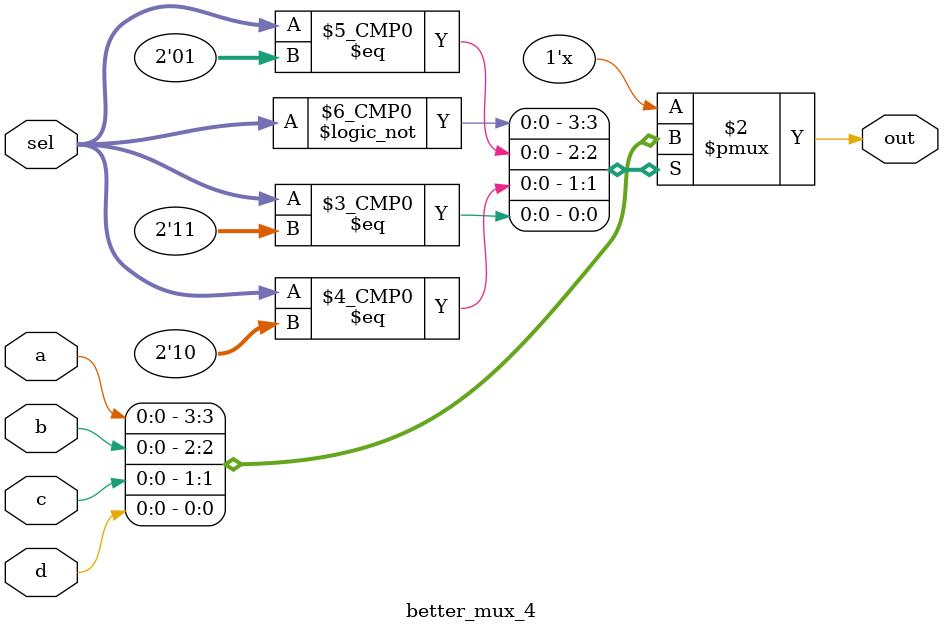
<source format=v>
module better_mux_4 (
    input  wire       a,
    input  wire       b,
    input  wire       c,
    input  wire       d,
    input  wire [1:0] sel,
    output reg        out
);

    always @(*) begin
        case (sel)
            2'b00:   out = a;
            2'b01:   out = b;
            2'b10:   out = c;
            2'b11:   out = d;
            default: out = 1'bx;
        endcase
    end

endmodule

</source>
